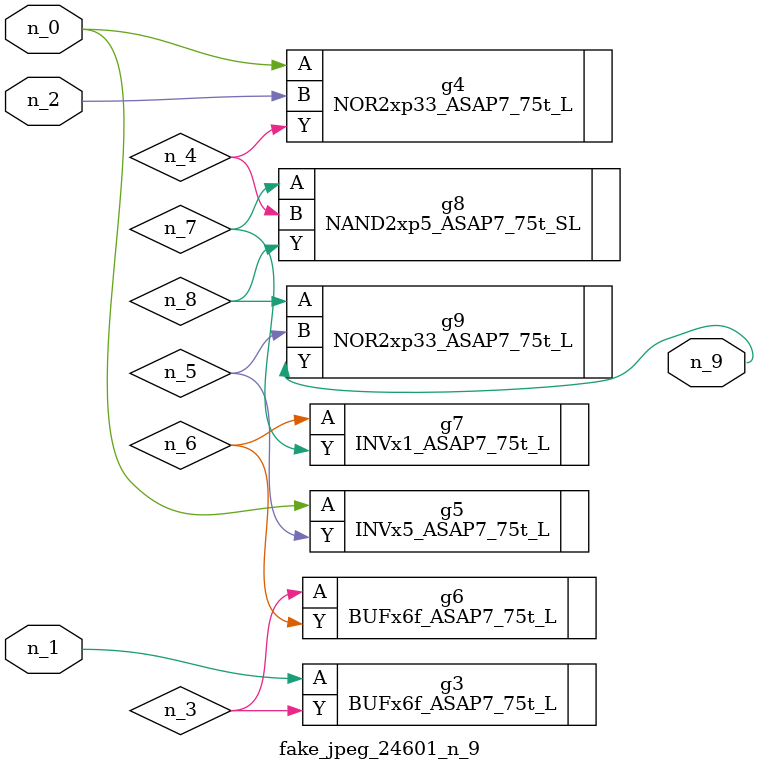
<source format=v>
module fake_jpeg_24601_n_9 (n_0, n_2, n_1, n_9);

input n_0;
input n_2;
input n_1;

output n_9;

wire n_3;
wire n_4;
wire n_8;
wire n_6;
wire n_5;
wire n_7;

BUFx6f_ASAP7_75t_L g3 ( 
.A(n_1),
.Y(n_3)
);

NOR2xp33_ASAP7_75t_L g4 ( 
.A(n_0),
.B(n_2),
.Y(n_4)
);

INVx5_ASAP7_75t_L g5 ( 
.A(n_0),
.Y(n_5)
);

BUFx6f_ASAP7_75t_L g6 ( 
.A(n_3),
.Y(n_6)
);

INVx1_ASAP7_75t_L g7 ( 
.A(n_6),
.Y(n_7)
);

NAND2xp5_ASAP7_75t_SL g8 ( 
.A(n_7),
.B(n_4),
.Y(n_8)
);

NOR2xp33_ASAP7_75t_L g9 ( 
.A(n_8),
.B(n_5),
.Y(n_9)
);


endmodule
</source>
